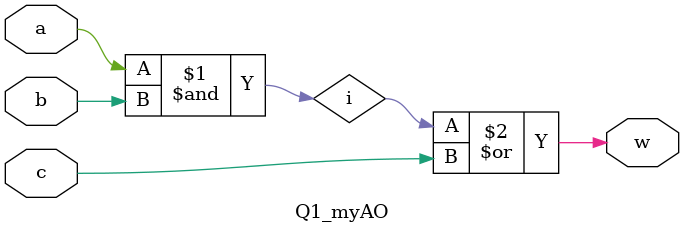
<source format=sv>
`timescale 1ns/1ns

module Q1_myAO (output w, input a, b, c);
	wire i;
	and #(13, 17) g1 (i, a, b);
	or #(19, 17) g2 (w, i, c);
endmodule
</source>
